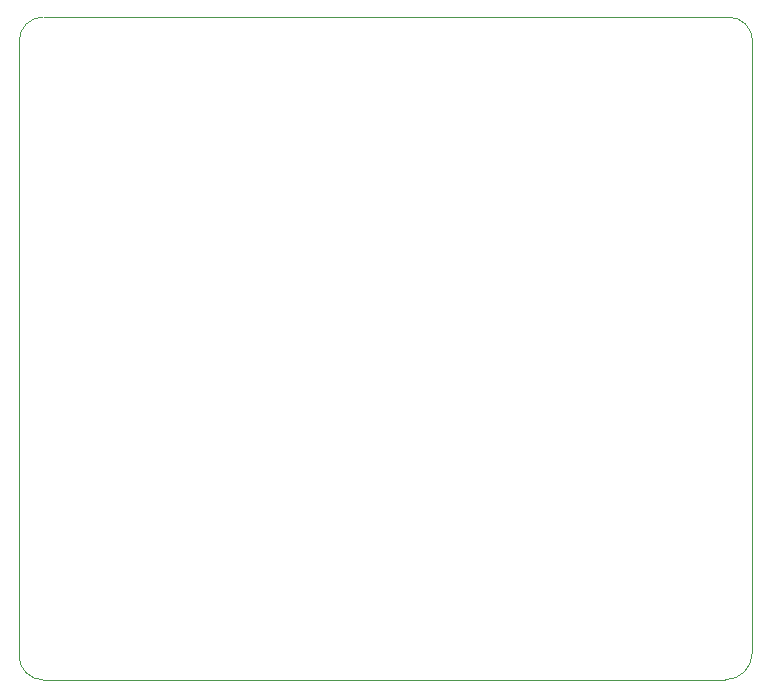
<source format=gko>
G04*
G04 #@! TF.GenerationSoftware,Altium Limited,Altium Designer,18.0.12 (696)*
G04*
G04 Layer_Color=8388736*
%FSAX25Y25*%
%MOIN*%
G70*
G01*
G75*
%ADD12C,0.00394*%
%ADD58C,0.00394*%
D12*
X0019568Y0016905D02*
G03*
X0027593Y0008833I0008072J0000000D01*
G01*
X0019605Y0221665D02*
G03*
X0019601Y0221629I0000195J-0000036D01*
G01*
X0019602Y0221700D02*
G03*
X0019605Y0221665I0000198J0000000D01*
G01*
X0027674Y0229772D02*
G03*
X0019602Y0221700I0000000J-0008072D01*
G01*
X0256036Y0229766D02*
G03*
X0255987Y0229772I-0000049J-0000192D01*
G01*
X0256060Y0229768D02*
G03*
X0256036Y0229766I0000000J-0000198D01*
G01*
X0264132Y0221695D02*
G03*
X0256060Y0229768I-0008072J0000000D01*
G01*
X0264074Y0221555D02*
G03*
X0264132Y0221695I-0000140J0000140D01*
G01*
X0263979Y0017689D02*
G03*
X0263981Y0017712I-0000197J0000023D01*
G01*
X0254999Y0008832D02*
G03*
X0263979Y0017689I0000000J0008981D01*
G01*
X0027593Y0008833D02*
G03*
X0027600Y0008832I0000007J0000198D01*
G01*
X0255928Y0229772D02*
X0255933Y0229768D01*
X0027760Y0229772D02*
X0255928D01*
X0019568Y0017000D02*
Y0221563D01*
X0256036Y0229766D02*
X0256036D01*
X0264014Y0221495D02*
X0264074Y0221555D01*
X0263981Y0017712D02*
X0264014Y0221495D01*
X0263979Y0017689D02*
X0263979D01*
X0027600Y0008832D02*
X0254999D01*
D58*
X0019568Y0016905D02*
D03*
M02*

</source>
